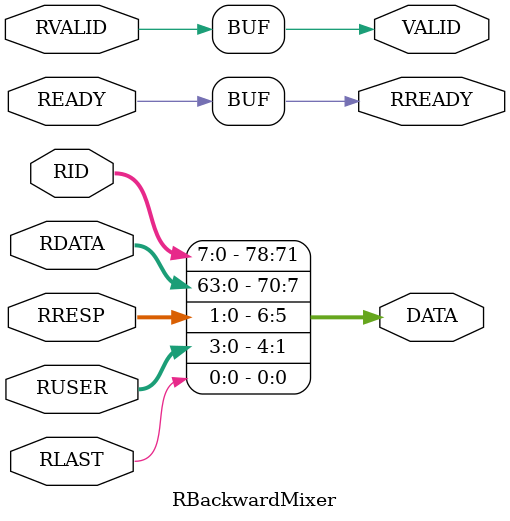
<source format=v>
/* Company:
** Engineer:  mgwang37  mgwang37@126.com
**
** Create Date: 05/13/2023 09:00:52 AM
** Design Name:
** Module Name: RBackwardMixer
** Project Name: AXI4Bus
** Description:
**
** Dependencies:
**
** Revision:
** Revision 0.01 - File Created
** Additional Comments:
*/

`timescale 1ns / 1ps

module RBackwardMixer
(
	input      [7:0] RID,
	input     [63:0] RDATA,
	input      [1:0] RRESP,
	input      [3:0] RUSER,
	input            RLAST,
	input            RVALID,
	output           RREADY,

	output    [78:0] DATA,
	output           VALID,
	input            READY
);

assign DATA = {RID,RDATA,RRESP,RUSER,RLAST};
assign RREADY = READY;
assign VALID = RVALID;

endmodule


</source>
